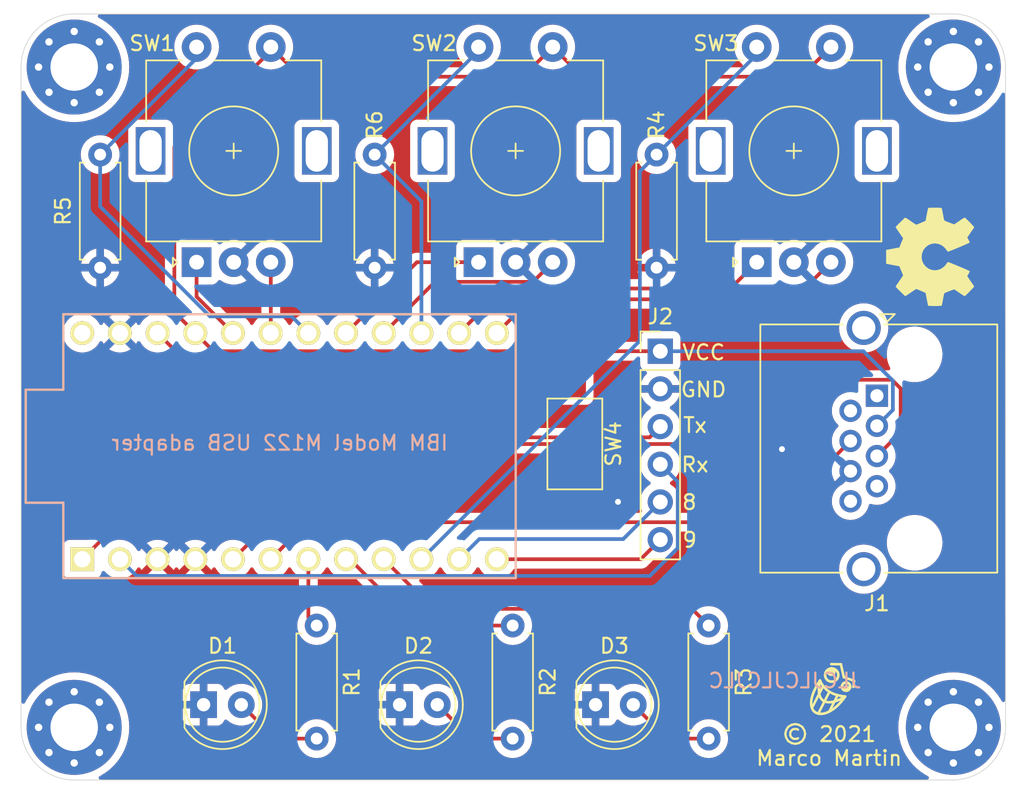
<source format=kicad_pcb>
(kicad_pcb (version 20221018) (generator pcbnew)
  (layers (0 "F.Cu" signal) (31 "B.Cu" signal) (34 "B.Paste" user) (35 "F.Paste" user) (36 "B.SilkS" user "B.Silkscreen") (37 "F.SilkS" user "F.Silkscreen") (38 "B.Mask" user) (39 "F.Mask" user) (44 "Edge.Cuts" user))
  (net 0 "")
  (net 1 "Net-(D1-Pad2)")
  (net 2 "Net-(D2-Pad2)")
  (net 3 "Net-(D3-Pad2)")
  (net 4 "Net-(J1-Pad5)")
  (net 5 "Net-(J1-Pad4)")
  (net 6 "Net-(SW1-PadA)")
  (net 7 "Net-(SW1-PadB)")
  (net 8 "Net-(SW2-PadA)")
  (net 9 "Net-(SW2-PadB)")
  (net 10 "GND")
  (net 11 "Net-(R5-Pad1)")
  (net 12 "Net-(R6-Pad1)")
  (net 13 "Net-(R3-Pad1)")
  (net 14 "Net-(R2-Pad1)")
  (net 15 "Net-(R1-Pad1)")
  (net 16 "Net-(J1-Pad8)")
  (net 17 "Net-(J1-Pad7)")
  (net 18 "Net-(J1-Pad2)")
  (net 19 "Net-(J1-Pad1)")
  (net 20 "Net-(U1-Pad24)")
  (net 21 "VCC")
  (net 22 "Net-(R4-Pad1)")
  (net 23 "Net-(J2-Pad4)")
  (net 24 "Net-(J2-Pad3)")
  (net 25 "Net-(J2-Pad6)")
  (net 26 "Net-(J2-Pad5)")
  (net 27 "Net-(SW3-PadA)")
  (net 28 "Net-(SW3-PadB)")
  (net 29 "Net-(SW4-Pad1)")
  (footprint "LED_THT:LED_D5.0mm" (layer "F.Cu") (at 68.222 99.822)
    (fp_text reference "D1" (at 1.27 -3.96) (layer "F.SilkS"))
    (fp_text value "LED")
    (pad "1" thru_hole rect (at 0 0) (size 1.8 1.8) (drill 0.9) (layers "*.Cu" "*.Mask") (net 10 "GND"))
    (pad "2" thru_hole circle (at 2.54 0) (size 1.8 1.8) (drill 0.9) (layers "*.Cu" "*.Mask") (net 1 "Net-(D1-Pad2)"))
  )
  (footprint "LED_THT:LED_D5.0mm" (layer "F.Cu") (at 81.43 99.822)
    (fp_text reference "D2" (at 1.27 -3.96) (layer "F.SilkS"))
    (fp_text value "LED")
    (pad "1" thru_hole rect (at 0 0) (size 1.8 1.8) (drill 0.9) (layers "*.Cu" "*.Mask") (net 10 "GND"))
    (pad "2" thru_hole circle (at 2.54 0) (size 1.8 1.8) (drill 0.9) (layers "*.Cu" "*.Mask") (net 2 "Net-(D2-Pad2)"))
  )
  (footprint "LED_THT:LED_D5.0mm" (layer "F.Cu") (at 94.638 99.822)
    (fp_text reference "D3" (at 1.27 -3.96) (layer "F.SilkS"))
    (fp_text value "LED")
    (pad "1" thru_hole rect (at 0 0) (size 1.8 1.8) (drill 0.9) (layers "*.Cu" "*.Mask") (net 10 "GND"))
    (pad "2" thru_hole circle (at 2.54 0) (size 1.8 1.8) (drill 0.9) (layers "*.Cu" "*.Mask") (net 3 "Net-(D3-Pad2)"))
  )
  (footprint "Connector_RJ:RJ45_Amphenol_RJHSE5380" (layer "F.Cu") (at 113.6 79 -90)
    (fp_text reference "J1" (at 14 0 180) (layer "F.SilkS"))
    (fp_text value "RJ45")
    (pad "" np_thru_hole circle (at -2.79 -2.54 270) (size 3.25 3.25) (drill 3.25) (layers "*.Cu" "*.Mask"))
    (pad "" np_thru_hole circle (at 9.91 -2.54 270) (size 3.25 3.25) (drill 3.25) (layers "*.Cu" "*.Mask"))
    (pad "1" thru_hole rect (at 0 0 270) (size 1.5 1.5) (drill 0.89) (layers "*.Cu" "*.Mask") (net 19 "Net-(J1-Pad1)"))
    (pad "2" thru_hole circle (at 1.016 1.78 270) (size 1.5 1.5) (drill 0.89) (layers "*.Cu" "*.Mask") (net 18 "Net-(J1-Pad2)"))
    (pad "3" thru_hole circle (at 2.032 0 270) (size 1.5 1.5) (drill 0.89) (layers "*.Cu" "*.Mask") (net 21 "VCC"))
    (pad "4" thru_hole circle (at 3.048 1.78 270) (size 1.5 1.5) (drill 0.89) (layers "*.Cu" "*.Mask") (net 5 "Net-(J1-Pad4)"))
    (pad "5" thru_hole circle (at 4.064 0 270) (size 1.5 1.5) (drill 0.89) (layers "*.Cu" "*.Mask") (net 4 "Net-(J1-Pad5)"))
    (pad "6" thru_hole circle (at 5.08 1.78 270) (size 1.5 1.5) (drill 0.89) (layers "*.Cu" "*.Mask") (net 10 "GND"))
    (pad "7" thru_hole circle (at 6.096 0 270) (size 1.5 1.5) (drill 0.89) (layers "*.Cu" "*.Mask") (net 17 "Net-(J1-Pad7)"))
    (pad "8" thru_hole circle (at 7.112 1.78 270) (size 1.5 1.5) (drill 0.89) (layers "*.Cu" "*.Mask") (net 16 "Net-(J1-Pad8)"))
    (pad "SH" thru_hole circle (at -4.57 0.89 270) (size 2.3 2.3) (drill 1.57) (layers "*.Cu" "*.Mask"))
    (pad "SH" thru_hole circle (at 11.69 0.89 270) (size 2.3 2.3) (drill 1.57) (layers "*.Cu" "*.Mask"))
  )
  (footprint "Rotary_Encoder:RotaryEncoder_Alps_EC11E-Switch_Vertical_H20mm" (layer "F.Cu") (at 67.75 70 90)
    (fp_text reference "SW1" (at 14.75 -3 180) (layer "F.SilkS"))
    (fp_text value "Rotary_Encoder_Switch")
    (pad "A" thru_hole rect (at 0 0 90) (size 2 2) (drill 1) (layers "*.Cu" "*.Mask") (net 6 "Net-(SW1-PadA)"))
    (pad "B" thru_hole circle (at 0 5 90) (size 2 2) (drill 1) (layers "*.Cu" "*.Mask") (net 7 "Net-(SW1-PadB)"))
    (pad "C" thru_hole circle (at 0 2.5 90) (size 2 2) (drill 1) (layers "*.Cu" "*.Mask") (net 10 "GND"))
    (pad "MP" thru_hole rect (at 7.5 -3.1 90) (size 3.2 2) (drill oval 2.8 1.5) (layers "*.Cu" "*.Mask"))
    (pad "MP" thru_hole rect (at 7.5 8.1 90) (size 3.2 2) (drill oval 2.8 1.5) (layers "*.Cu" "*.Mask"))
    (pad "S1" thru_hole circle (at 14.5 5 90) (size 2 2) (drill 1) (layers "*.Cu" "*.Mask") (net 21 "VCC"))
    (pad "S2" thru_hole circle (at 14.5 0 90) (size 2 2) (drill 1) (layers "*.Cu" "*.Mask") (net 11 "Net-(R5-Pad1)"))
  )
  (footprint "Rotary_Encoder:RotaryEncoder_Alps_EC11E-Switch_Vertical_H20mm" (layer "F.Cu") (at 86.75 70 90)
    (fp_text reference "SW2" (at 14.75 -3 180) (layer "F.SilkS"))
    (fp_text value "Rotary_Encoder_Switch")
    (pad "A" thru_hole rect (at 0 0 90) (size 2 2) (drill 1) (layers "*.Cu" "*.Mask") (net 8 "Net-(SW2-PadA)"))
    (pad "B" thru_hole circle (at 0 5 90) (size 2 2) (drill 1) (layers "*.Cu" "*.Mask") (net 9 "Net-(SW2-PadB)"))
    (pad "C" thru_hole circle (at 0 2.5 90) (size 2 2) (drill 1) (layers "*.Cu" "*.Mask") (net 10 "GND"))
    (pad "MP" thru_hole rect (at 7.5 -3.1 90) (size 3.2 2) (drill oval 2.8 1.5) (layers "*.Cu" "*.Mask"))
    (pad "MP" thru_hole rect (at 7.5 8.1 90) (size 3.2 2) (drill oval 2.8 1.5) (layers "*.Cu" "*.Mask"))
    (pad "S1" thru_hole circle (at 14.5 5 90) (size 2 2) (drill 1) (layers "*.Cu" "*.Mask") (net 21 "VCC"))
    (pad "S2" thru_hole circle (at 14.5 0 90) (size 2 2) (drill 1) (layers "*.Cu" "*.Mask") (net 12 "Net-(R6-Pad1)"))
  )
  (footprint "promicro:ProMicro" (layer "F.Cu") (at 74.012 82.398)
    (fp_text reference "U1" hide)
    (fp_text value "ProMicro")
    (pad "1" thru_hole rect (at -13.97 7.62) (size 1.6 1.6) (drill 1.1) (layers "*.Cu" "*.Mask" "F.SilkS") (net 24 "Net-(J2-Pad3)"))
    (pad "2" thru_hole circle (at -11.43 7.62) (size 1.6 1.6) (drill 1.1) (layers "*.Cu" "*.Mask" "F.SilkS") (net 23 "Net-(J2-Pad4)"))
    (pad "3" thru_hole circle (at -8.89 7.62) (size 1.6 1.6) (drill 1.1) (layers "*.Cu" "*.Mask" "F.SilkS") (net 10 "GND"))
    (pad "4" thru_hole circle (at -6.35 7.62) (size 1.6 1.6) (drill 1.1) (layers "*.Cu" "*.Mask" "F.SilkS") (net 10 "GND"))
    (pad "5" thru_hole circle (at -3.81 7.62) (size 1.6 1.6) (drill 1.1) (layers "*.Cu" "*.Mask" "F.SilkS") (net 4 "Net-(J1-Pad5)"))
    (pad "6" thru_hole circle (at -1.27 7.62) (size 1.6 1.6) (drill 1.1) (layers "*.Cu" "*.Mask" "F.SilkS") (net 5 "Net-(J1-Pad4)"))
    (pad "7" thru_hole circle (at 1.27 7.62) (size 1.6 1.6) (drill 1.1) (layers "*.Cu" "*.Mask" "F.SilkS") (net 15 "Net-(R1-Pad1)"))
    (pad "8" thru_hole circle (at 3.81 7.62) (size 1.6 1.6) (drill 1.1) (layers "*.Cu" "*.Mask" "F.SilkS") (net 14 "Net-(R2-Pad1)"))
    (pad "9" thru_hole circle (at 6.35 7.62) (size 1.6 1.6) (drill 1.1) (layers "*.Cu" "*.Mask" "F.SilkS") (net 13 "Net-(R3-Pad1)"))
    (pad "10" thru_hole circle (at 8.89 7.62) (size 1.6 1.6) (drill 1.1) (layers "*.Cu" "*.Mask" "F.SilkS") (net 22 "Net-(R4-Pad1)"))
    (pad "11" thru_hole circle (at 11.43 7.62) (size 1.6 1.6) (drill 1.1) (layers "*.Cu" "*.Mask" "F.SilkS") (net 26 "Net-(J2-Pad5)"))
    (pad "12" thru_hole circle (at 13.97 7.62) (size 1.6 1.6) (drill 1.1) (layers "*.Cu" "*.Mask" "F.SilkS") (net 25 "Net-(J2-Pad6)"))
    (pad "13" thru_hole circle (at 13.97 -7.62) (size 1.6 1.6) (drill 1.1) (layers "*.Cu" "*.Mask" "F.SilkS") (net 28 "Net-(SW3-PadB)"))
    (pad "14" thru_hole circle (at 11.43 -7.62) (size 1.6 1.6) (drill 1.1) (layers "*.Cu" "*.Mask" "F.SilkS") (net 27 "Net-(SW3-PadA)"))
    (pad "15" thru_hole circle (at 8.89 -7.62) (size 1.6 1.6) (drill 1.1) (layers "*.Cu" "*.Mask" "F.SilkS") (net 12 "Net-(R6-Pad1)"))
    (pad "16" thru_hole circle (at 6.35 -7.62) (size 1.6 1.6) (drill 1.1) (layers "*.Cu" "*.Mask" "F.SilkS") (net 9 "Net-(SW2-PadB)"))
    (pad "17" thru_hole circle (at 3.81 -7.62) (size 1.6 1.6) (drill 1.1) (layers "*.Cu" "*.Mask" "F.SilkS") (net 8 "Net-(SW2-PadA)"))
    (pad "18" thru_hole circle (at 1.27 -7.62) (size 1.6 1.6) (drill 1.1) (layers "*.Cu" "*.Mask" "F.SilkS") (net 11 "Net-(R5-Pad1)"))
    (pad "19" thru_hole circle (at -1.27 -7.62) (size 1.6 1.6) (drill 1.1) (layers "*.Cu" "*.Mask" "F.SilkS") (net 7 "Net-(SW1-PadB)"))
    (pad "20" thru_hole circle (at -3.81 -7.62) (size 1.6 1.6) (drill 1.1) (layers "*.Cu" "*.Mask" "F.SilkS") (net 6 "Net-(SW1-PadA)"))
    (pad "21" thru_hole circle (at -6.35 -7.62) (size 1.6 1.6) (drill 1.1) (layers "*.Cu" "*.Mask" "F.SilkS") (net 21 "VCC"))
    (pad "22" thru_hole circle (at -8.89 -7.62) (size 1.6 1.6) (drill 1.1) (layers "*.Cu" "*.Mask" "F.SilkS") (net 29 "Net-(SW4-Pad1)"))
    (pad "23" thru_hole circle (at -11.43 -7.62) (size 1.6 1.6) (drill 1.1) (layers "*.Cu" "*.Mask" "F.SilkS") (net 10 "GND"))
    (pad "24" thru_hole circle (at -13.97 -7.62) (size 1.6 1.6) (drill 1.1) (layers "*.Cu" "*.Mask" "F.SilkS") (net 20 "Net-(U1-Pad24)"))
  )
  (footprint "Resistor_THT:R_Axial_DIN0207_L6.3mm_D2.5mm_P7.62mm_Horizontal" (layer "F.Cu") (at 75.842 94.488 -90)
    (fp_text reference "R1" (at 3.81 -2.37 90) (layer "F.SilkS"))
    (fp_text value "220")
    (pad "1" thru_hole circle (at 0 0 270) (size 1.6 1.6) (drill 0.8) (layers "*.Cu" "*.Mask") (net 15 "Net-(R1-Pad1)"))
    (pad "2" thru_hole oval (at 7.62 0 270) (size 1.6 1.6) (drill 0.8) (layers "*.Cu" "*.Mask") (net 1 "Net-(D1-Pad2)"))
  )
  (footprint "Resistor_THT:R_Axial_DIN0207_L6.3mm_D2.5mm_P7.62mm_Horizontal" (layer "F.Cu") (at 89.05 94.488 -90)
    (fp_text reference "R2" (at 3.81 -2.37 90) (layer "F.SilkS"))
    (fp_text value "220")
    (pad "1" thru_hole circle (at 0 0 270) (size 1.6 1.6) (drill 0.8) (layers "*.Cu" "*.Mask") (net 14 "Net-(R2-Pad1)"))
    (pad "2" thru_hole oval (at 7.62 0 270) (size 1.6 1.6) (drill 0.8) (layers "*.Cu" "*.Mask") (net 2 "Net-(D2-Pad2)"))
  )
  (footprint "Resistor_THT:R_Axial_DIN0207_L6.3mm_D2.5mm_P7.62mm_Horizontal" (layer "F.Cu") (at 102.258 94.488 -90)
    (fp_text reference "R3" (at 3.81 -2.37 90) (layer "F.SilkS"))
    (fp_text value "220")
    (pad "1" thru_hole circle (at 0 0 270) (size 1.6 1.6) (drill 0.8) (layers "*.Cu" "*.Mask") (net 13 "Net-(R3-Pad1)"))
    (pad "2" thru_hole oval (at 7.62 0 270) (size 1.6 1.6) (drill 0.8) (layers "*.Cu" "*.Mask") (net 3 "Net-(D3-Pad2)"))
  )
  (footprint "Resistor_THT:R_Axial_DIN0207_L6.3mm_D2.5mm_P7.62mm_Horizontal" (layer "F.Cu") (at 61.25 62.75 -90)
    (fp_text reference "R5" (at 3.81 2.5 90) (layer "F.SilkS"))
    (fp_text value "10k")
    (pad "1" thru_hole circle (at 0 0 270) (size 1.6 1.6) (drill 0.8) (layers "*.Cu" "*.Mask") (net 11 "Net-(R5-Pad1)"))
    (pad "2" thru_hole oval (at 7.62 0 270) (size 1.6 1.6) (drill 0.8) (layers "*.Cu" "*.Mask") (net 10 "GND"))
  )
  (footprint "Resistor_THT:R_Axial_DIN0207_L6.3mm_D2.5mm_P7.62mm_Horizontal" (layer "F.Cu") (at 79.75 62.75 -90)
    (fp_text reference "R6" (at -2 0 90) (layer "F.SilkS"))
    (fp_text value "10k")
    (pad "1" thru_hole circle (at 0 0 270) (size 1.6 1.6) (drill 0.8) (layers "*.Cu" "*.Mask") (net 12 "Net-(R6-Pad1)"))
    (pad "2" thru_hole oval (at 7.62 0 270) (size 1.6 1.6) (drill 0.8) (layers "*.Cu" "*.Mask") (net 10 "GND"))
  )
  (footprint "MountingHole:MountingHole_3.2mm_M3_Pad_Via" (layer "F.Cu") (at 118.75 56.85)
    (fp_text reference "mount2" hide)
    (fp_text value "MountingHole_3.2mm_M3_Pad_Via" hide)
    (pad "1" thru_hole circle locked (at -2.4 0) (size 0.8 0.8) (drill 0.5) (layers "*.Cu" "*.Mask"))
    (pad "1" thru_hole circle locked (at -1.697056 -1.697056) (size 0.8 0.8) (drill 0.5) (layers "*.Cu" "*.Mask"))
    (pad "1" thru_hole circle locked (at -1.697056 1.697056) (size 0.8 0.8) (drill 0.5) (layers "*.Cu" "*.Mask"))
    (pad "1" thru_hole circle locked (at 0 -2.4) (size 0.8 0.8) (drill 0.5) (layers "*.Cu" "*.Mask"))
    (pad "1" thru_hole circle locked (at 0 0) (size 6.4 6.4) (drill 3.2) (layers "*.Cu" "*.Mask"))
    (pad "1" thru_hole circle locked (at 0 2.4) (size 0.8 0.8) (drill 0.5) (layers "*.Cu" "*.Mask"))
    (pad "1" thru_hole circle locked (at 1.697056 -1.697056) (size 0.8 0.8) (drill 0.5) (layers "*.Cu" "*.Mask"))
    (pad "1" thru_hole circle locked (at 1.697056 1.697056) (size 0.8 0.8) (drill 0.5) (layers "*.Cu" "*.Mask"))
    (pad "1" thru_hole circle locked (at 2.4 0) (size 0.8 0.8) (drill 0.5) (layers "*.Cu" "*.Mask"))
  )
  (footprint "Button_Switch_SMD:SW_SPST_CK_RS282G05A3" (layer "F.Cu") (at 93.24 82.25 -90)
    (fp_text reference "SW4" (at 0 -2.6 90) (layer "F.SilkS"))
    (fp_text value "SW_Push")
    (pad "1" smd rect (at -3.9 0 270) (size 1.5 1.5) (layers "F.Cu" "F.Paste" "F.Mask") (net 29 "Net-(SW4-Pad1)"))
    (pad "2" smd rect (at 3.9 0 270) (size 1.5 1.5) (layers "F.Cu" "F.Paste" "F.Mask") (net 10 "GND"))
  )
  (footprint "MountingHole:MountingHole_3.2mm_M3_Pad_Via" (layer "F.Cu") (at 118.75 101.35)
    (fp_text reference "mount3" hide)
    (fp_text value "MountingHole_3.2mm_M3_Pad_Via" hide)
    (pad "1" thru_hole circle (at -2.4 0) (size 0.8 0.8) (drill 0.5) (layers "*.Cu" "*.Mask"))
    (pad "1" thru_hole circle (at -1.697056 -1.697056) (size 0.8 0.8) (drill 0.5) (layers "*.Cu" "*.Mask"))
    (pad "1" thru_hole circle (at -1.697056 1.697056) (size 0.8 0.8) (drill 0.5) (layers "*.Cu" "*.Mask"))
    (pad "1" thru_hole circle (at 0 -2.4) (size 0.8 0.8) (drill 0.5) (layers "*.Cu" "*.Mask"))
    (pad "1" thru_hole circle (at 0 0) (size 6.4 6.4) (drill 3.2) (layers "*.Cu" "*.Mask"))
    (pad "1" thru_hole circle (at 0 2.4) (size 0.8 0.8) (drill 0.5) (layers "*.Cu" "*.Mask"))
    (pad "1" thru_hole circle (at 1.697056 -1.697056) (size 0.8 0.8) (drill 0.5) (layers "*.Cu" "*.Mask"))
    (pad "1" thru_hole circle (at 1.697056 1.697056) (size 0.8 0.8) (drill 0.5) (layers "*.Cu" "*.Mask"))
    (pad "1" thru_hole circle (at 2.4 0) (size 0.8 0.8) (drill 0.5) (layers "*.Cu" "*.Mask"))
  )
  (footprint "MountingHole:MountingHole_3.2mm_M3_Pad_Via" (layer "F.Cu") (at 59.5 101.35)
    (fp_text reference "mount4" hide)
    (fp_text value "MountingHole_3.2mm_M3_Pad_Via" hide)
    (pad "1" thru_hole circle locked (at -2.4 0) (size 0.8 0.8) (drill 0.5) (layers "*.Cu" "*.Mask"))
    (pad "1" thru_hole circle locked (at -1.697056 -1.697056) (size 0.8 0.8) (drill 0.5) (layers "*.Cu" "*.Mask"))
    (pad "1" thru_hole circle locked (at -1.697056 1.697056) (size 0.8 0.8) (drill 0.5) (layers "*.Cu" "*.Mask"))
    (pad "1" thru_hole circle locked (at 0 -2.4) (size 0.8 0.8) (drill 0.5) (layers "*.Cu" "*.Mask"))
    (pad "1" thru_hole circle locked (at 0 0) (size 6.4 6.4) (drill 3.2) (layers "*.Cu" "*.Mask"))
    (pad "1" thru_hole circle locked (at 0 2.4) (size 0.8 0.8) (drill 0.5) (layers "*.Cu" "*.Mask"))
    (pad "1" thru_hole circle locked (at 1.697056 -1.697056) (size 0.8 0.8) (drill 0.5) (layers "*.Cu" "*.Mask"))
    (pad "1" thru_hole circle locked (at 1.697056 1.697056) (size 0.8 0.8) (drill 0.5) (layers "*.Cu" "*.Mask"))
    (pad "1" thru_hole circle locked (at 2.4 0) (size 0.8 0.8) (drill 0.5) (layers "*.Cu" "*.Mask"))
  )
  (footprint "Rotary_Encoder:RotaryEncoder_Alps_EC11E-Switch_Vertical_H20mm" (layer "F.Cu") (at 105.5 70 90)
    (fp_text reference "SW3" (at 14.75 -2.75 180) (layer "F.SilkS"))
    (fp_text value "Rotary_Encoder_Switch")
    (pad "A" thru_hole rect (at 0 0 90) (size 2 2) (drill 1) (layers "*.Cu" "*.Mask") (net 27 "Net-(SW3-PadA)"))
    (pad "B" thru_hole circle (at 0 5 90) (size 2 2) (drill 1) (layers "*.Cu" "*.Mask") (net 28 "Net-(SW3-PadB)"))
    (pad "C" thru_hole circle (at 0 2.5 90) (size 2 2) (drill 1) (layers "*.Cu" "*.Mask") (net 10 "GND"))
    (pad "MP" thru_hole rect (at 7.5 -3.1 90) (size 3.2 2) (drill oval 2.8 1.5) (layers "*.Cu" "*.Mask"))
    (pad "MP" thru_hole rect (at 7.5 8.1 90) (size 3.2 2) (drill oval 2.8 1.5) (layers "*.Cu" "*.Mask"))
    (pad "S1" thru_hole circle (at 14.5 5 90) (size 2 2) (drill 1) (layers "*.Cu" "*.Mask") (net 21 "VCC"))
    (pad "S2" thru_hole circle (at 14.5 0 90) (size 2 2) (drill 1) (layers "*.Cu" "*.Mask") (net 22 "Net-(R4-Pad1)"))
  )
  (footprint "Resistor_THT:R_Axial_DIN0207_L6.3mm_D2.5mm_P7.62mm_Horizontal" (layer "F.Cu") (at 98.75 62.75 -90)
    (fp_text reference "R4" (at -2 0 90) (layer "F.SilkS"))
    (fp_text value "10k")
    (pad "1" thru_hole circle (at 0 0 270) (size 1.6 1.6) (drill 0.8) (layers "*.Cu" "*.Mask") (net 22 "Net-(R4-Pad1)"))
    (pad "2" thru_hole oval (at 7.62 0 270) (size 1.6 1.6) (drill 0.8) (layers "*.Cu" "*.Mask") (net 10 "GND"))
  )
  (footprint "Connector_PinHeader_2.54mm:PinHeader_1x06_P2.54mm_Vertical" (layer "F.Cu") (at 99 76)
    (fp_text reference "J2" (at 0 -2.33) (layer "F.SilkS"))
    (fp_text value "Conn_01x06_Male")
    (pad "1" thru_hole rect (at 0 0) (size 1.7 1.7) (drill 1) (layers "*.Cu" "*.Mask") (net 21 "VCC"))
    (pad "2" thru_hole oval (at 0 2.54) (size 1.7 1.7) (drill 1) (layers "*.Cu" "*.Mask") (net 10 "GND"))
    (pad "3" thru_hole oval (at 0 5.08) (size 1.7 1.7) (drill 1) (layers "*.Cu" "*.Mask") (net 24 "Net-(J2-Pad3)"))
    (pad "4" thru_hole oval (at 0 7.62) (size 1.7 1.7) (drill 1) (layers "*.Cu" "*.Mask") (net 23 "Net-(J2-Pad4)"))
    (pad "5" thru_hole oval (at 0 10.16) (size 1.7 1.7) (drill 1) (layers "*.Cu" "*.Mask") (net 26 "Net-(J2-Pad5)"))
    (pad "6" thru_hole oval (at 0 12.7) (size 1.7 1.7) (drill 1) (layers "*.Cu" "*.Mask") (net 25 "Net-(J2-Pad6)"))
  )
  (footprint "Symbol:OSHW-Symbol_6.7x6mm_SilkScreen" (layer "F.Cu") (at 117.2 69.65 90)
    (fp_text reference "REF**" hide)
    (fp_text value "OSHW-Symbol_6.7x6mm_SilkScreen" hide)
  )
  (footprint "MountingHole:MountingHole_3.2mm_M3_Pad_Via" (layer "F.Cu") (at 59.5 56.85)
    (fp_text reference "mount1" hide)
    (fp_text value "MountingHole_3.2mm_M3_Pad_Via" hide)
    (pad "1" thru_hole circle locked (at -2.4 0) (size 0.8 0.8) (drill 0.5) (layers "*.Cu" "*.Mask"))
    (pad "1" thru_hole circle locked (at -1.697056 -1.697056) (size 0.8 0.8) (drill 0.5) (layers "*.Cu" "*.Mask"))
    (pad "1" thru_hole circle locked (at -1.697056 1.697056) (size 0.8 0.8) (drill 0.5) (layers "*.Cu" "*.Mask"))
    (pad "1" thru_hole circle locked (at 0 -2.4) (size 0.8 0.8) (drill 0.5) (layers "*.Cu" "*.Mask"))
    (pad "1" thru_hole circle locked (at 0 0) (size 6.4 6.4) (drill 3.2) (layers "*.Cu" "*.Mask"))
    (pad "1" thru_hole circle locked (at 0 2.4) (size 0.8 0.8) (drill 0.5) (layers "*.Cu" "*.Mask"))
    (pad "1" thru_hole circle locked (at 1.697056 -1.697056) (size 0.8 0.8) (drill 0.5) (layers "*.Cu" "*.Mask"))
    (pad "1" thru_hole circle locked (at 1.697056 1.697056) (size 0.8 0.8) (drill 0.5) (layers "*.Cu" "*.Mask"))
    (pad "1" thru_hole circle locked (at 2.4 0) (size 0.8 0.8) (drill 0.5) (layers "*.Cu" "*.Mask"))
  )
  (gr_line (start 111.505078 98.879231) (end 111.463166 98.873602) (stroke (width 0.169)) (layer "F.SilkS"))
  (gr_line (start 109.508939 98.611093) (end 109.627007 98.406824) (stroke (width 0.169)) (layer "F.SilkS"))
  (gr_line (start 111.586809 98.860134) (end 111.549642 98.870145) (stroke (width 0.169)) (layer "F.SilkS"))
  (gr_line (start 110.66767 97.454392) (end 110.711467 97.519288) (stroke (width 0.169)) (layer "F.SilkS"))
  (gr_line (start 109.264132 99.166154) (end 109.328173 98.990966) (stroke (width 0.169)) (layer "F.SilkS"))
  (gr_line (start 111.487723 98.625549) (end 111.524877 98.615604) (stroke (width 0.169)) (layer "F.SilkS"))
  (gr_line (start 110.385905 99.659014) (end 110.23617 99.648084) (stroke (width 0.169)) (layer "F.SilkS"))
  (gr_line (start 111.796343 98.615942) (end 111.790714 98.657854) (stroke (width 0.169)) (layer "F.SilkS"))
  (gr_line (start 111.447228 98.652836) (end 111.487723 98.625549) (stroke (width 0.169)) (layer "F.SilkS"))
  (gr_line (start 110.711467 97.678343) (end 110.66767 97.743291) (stroke (width 0.169)) (layer "F.SilkS"))
  (gr_line (start 110.962484 97.651745) (end 110.988367 97.735322) (stroke (width 0.169)) (layer "F.SilkS"))
  (gr_line (start 110.318971 97.61866) (end 110.318971 97.598835) (stroke (width 0.169)) (layer "F.SilkS"))
  (gr_line (start 109.764539 98.193417) (end 109.764539 98.193417) (stroke (width 0.169)) (layer "F.SilkS"))
  (gr_line (start 111.774555 98.709906) (end 111.748945 98.75694) (stroke (width 0.169)) (layer "F.SilkS"))
  (gr_line (start 110.552425 97.379993) (end 110.574785 97.379993) (stroke (width 0.169)) (layer "F.SilkS"))
  (gr_line (start 111.627226 98.652836) (end 111.654526 98.693266) (stroke (width 0.169)) (layer "F.SilkS"))
  (gr_line (start 110.237721 97.510331) (end 110.303527 97.455952) (stroke (width 0.169)) (layer "F.SilkS"))
  (gr_line (start 110.384634 98.977706) (end 109.647813 100.422216) (stroke (width 0.169)) (layer "F.SilkS"))
  (gr_line (start 111.192844 99.619377) (end 111.056721 99.770029) (stroke (width 0.169)) (layer "F.SilkS"))
  (gr_line (start 111.263577 98.709906) (end 111.247418 98.657854) (stroke (width 0.169)) (layer "F.SilkS"))
  (gr_line (start 110.503337 97.394592) (end 110.523227 97.394592) (stroke (width 0.169)) (layer "F.SilkS"))
  (gr_line (start 111.674052 98.372075) (end 111.715093 98.405927) (stroke (width 0.169)) (layer "F.SilkS"))
  (gr_line (start 110.72565 98.235029) (end 110.642073 98.260899) (stroke (width 0.169)) (layer "F.SilkS"))
  (gr_line (start 111.419941 98.693266) (end 111.447228 98.652836) (stroke (width 0.169)) (layer "F.SilkS"))
  (gr_line (start 110.107384 97.847395) (end 110.107384 97.825035) (stroke (width 0.169)) (layer "F.SilkS"))
  (gr_line (start 110.099766 99.611973) (end 109.978807 99.549056) (stroke (width 0.169)) (layer "F.SilkS"))
  (gr_line (start 111.533067 98.879231) (end 111.519105 98.879231) (stroke (width 0.169)) (layer "F.SilkS"))
  (gr_line (start 111.409996 98.742835) (end 111.409996 98.73042) (stroke (width 0.169)) (layer "F.SilkS"))
  (gr_line (start 110.303527 97.455952) (end 110.379133 97.414911) (stroke (width 0.169)) (layer "F.SilkS"))
  (gr_line (start 110.53 97.379993) (end 110.552425 97.379993) (stroke (width 0.169)) (layer "F.SilkS"))
  (gr_line (start 110.318971 97.578958) (end 110.334981 97.519288) (stroke (width 0.169)) (layer "F.SilkS"))
  (gr_line (start 110.602709 97.410608) (end 110.66767 97.454392) (stroke (width 0.169)) (layer "F.SilkS"))
  (gr_line (start 110.334981 97.678343) (end 110.318971 97.61866) (stroke (width 0.169)) (layer "F.SilkS"))
  (gr_line (start 111.537305 98.870145) (end 111.524877 98.870145) (stroke (width 0.169)) (layer "F.SilkS"))
  (gr_line (start 110.727548 97.578958) (end 110.727548 97.598835) (stroke (width 0.169)) (layer "F.SilkS"))
  (gr_line (start 111.36408 98.372075) (end 111.411114 98.346465) (stroke (width 0.169)) (layer "F.SilkS"))
  (gr_line (start 110.212402 98.816688) (end 110.413766 98.961132) (stroke (width 0.169)) (layer "F.SilkS"))
  (gr_line (start 110.53 98.27) (end 110.462712 98.260899) (stroke (width 0.169)) (layer "F.SilkS"))
  (gr_line (start 109.764539 98.193417) (end 109.790635 98.255544) (stroke (width 0.169)) (layer "F.SilkS"))
  (gr_line (start 110.183343 97.57615) (end 110.237721 97.510331) (stroke (width 0.169)) (layer "F.SilkS"))
  (gr_line (start 110.107384 97.80261) (end 110.116411 97.735322) (stroke (width 0.169)) (layer "F.SilkS"))
  (gr_line (start 110.642073 98.260899) (end 110.574785 98.27) (stroke (width 0.169)) (layer "F.SilkS"))
  (gr_line (start 111.748945 98.75694) (end 111.715093 98.797981) (stroke (width 0.169)) (layer "F.SilkS"))
  (gr_line (start 110.92143 98.07379) (end 110.867051 98.139662) (stroke (width 0.169)) (layer "F.SilkS"))
  (gr_line (start 111.715093 98.797981) (end 111.674052 98.831833) (stroke (width 0.169)) (layer "F.SilkS"))
  (gr_line (start 109.695491 98.998077) (end 109.686181 98.77761) (stroke (width 0.169)) (layer "F.SilkS"))
  (gr_line (start 110.939136 99.196548) (end 110.399234 100.276288) (stroke (width 0.169)) (layer "F.SilkS"))
  (gr_line (start 110.891816 99.556466) (end 110.715978 99.611619) (stroke (width 0.169)) (layer "F.SilkS"))
  (gr_line (start 109.184927 99.485655) (end 109.216595 99.331124) (stroke (width 0.169)) (layer "F.SilkS"))
  (gr_line (start 109.168423 99.629603) (end 109.184927 99.485655) (stroke (width 0.169)) (layer "F.SilkS"))
  (gr_line (start 110.988367 97.914684) (end 110.962484 97.998195) (stroke (width 0.169)) (layer "F.SilkS"))
  (gr_line (start 110.142295 97.998195) (end 110.116411 97.914684) (stroke (width 0.169)) (layer "F.SilkS"))
  (gr_line (start 110.546575 99.64632) (end 110.385905 99.659014) (stroke (width 0.169)) (layer "F.SilkS"))
  (gr_line (start 110.462712 98.260899) (end 110.379133 98.235029) (stroke (width 0.169)) (layer "F.SilkS"))
  (gr_line (start 109.792539 99.336624) (end 109.731742 99.183925) (stroke (width 0.169)) (layer "F.SilkS"))
  (gr_line (start 110.727548 97.598835) (end 110.727548 97.61866) (stroke (width 0.169)) (layer "F.SilkS"))
  (gr_line (start 110.413766 98.961132) (end 110.640019 99.076857) (stroke (width 0.169)) (layer "F.SilkS"))
  (gr_line (start 110.513633 100.215986) (end 110.381884 100.289548) (stroke (width 0.169)) (layer "F.SilkS"))
  (gr_line (start 110.574785 98.27) (end 110.552425 98.27) (stroke (width 0.169)) (layer "F.SilkS"))
  (gr_line (start 110.303527 98.193975) (end 110.237721 98.139662) (stroke (width 0.169)) (layer "F.SilkS"))
  (gr_line (start 109.409563 98.805885) (end 109.508939 98.611093) (stroke (width 0.169)) (layer "F.SilkS"))
  (gr_line (start 111.519105 98.324729) (end 111.533067 98.324729) (stroke (width 0.169)) (layer "F.SilkS"))
  (gr_line (start 111.411114 98.857443) (end 111.36408 98.831833) (stroke (width 0.169)) (layer "F.SilkS"))
  (gr_line (start 111.654526 98.693266) (end 111.664536 98.73042) (stroke (width 0.169)) (layer "F.SilkS"))
  (gr_line (start 110.543039 97.394592) (end 110.602709 97.410608) (stroke (width 0.169)) (layer "F.SilkS"))
  (gr_line (start 109.627007 98.406824) (end 109.728992 98.245949) (stroke (width 0.169)) (layer "F.SilkS"))
  (gr_line (start 111.447228 98.832834) (end 111.419941 98.792352) (stroke (width 0.169)) (layer "F.SilkS"))
  (gr_line (start 111.537305 98.615604) (end 111.549642 98.615604) (stroke (width 0.169)) (layer "F.SilkS"))
  (gr_line (start 109.288112 100.181075) (end 109.239588 100.093971) (stroke (width 0.169)) (layer "F.SilkS"))
  (gr_line (start 111.574966 98.330306) (end 111.627005 98.346465) (stroke (width 0.169)) (layer "F.SilkS"))
  (gr_line (start 109.728992 98.245949) (end 109.764539 98.193417) (stroke (width 0.169)) (layer "F.SilkS"))
  (gr_line (start 109.679411 100.430607) (end 109.583702 100.406276) (stroke (width 0.169)) (layer "F.SilkS"))
  (gr_line (start 110.379133 98.235029) (end 110.303527 98.193975) (stroke (width 0.169)) (layer "F.SilkS"))
  (gr_line (start 109.875622 99.457797) (end 109.792539 99.336624) (stroke (width 0.169)) (layer "F.SilkS"))
  (gr_line (start 111.409996 98.73042) (end 111.419941 98.693266) (stroke (width 0.169)) (layer "F.SilkS"))
  (gr_line (start 111.241841 98.601993) (end 111.241841 98.587966) (stroke (width 0.169)) (layer "F.SilkS"))
  (gr_line (start 109.41704 100.318819) (end 109.347497 100.256117) (stroke (width 0.169)) (layer "F.SilkS"))
  (gr_line (start 111.654526 98.792352) (end 111.627226 98.832834) (stroke (width 0.169)) (layer "F.SilkS"))
  (gr_line (start 111.790714 98.546054) (end 111.796343 98.587966) (stroke (width 0.169)) (layer "F.SilkS"))
  (gr_line (start 110.543039 97.803104) (end 110.523227 97.803104) (stroke (width 0.169)) (layer "F.SilkS"))
  (gr_line (start 110.253097 100.348441) (end 110.128047 100.392805) (stroke (width 0.169)) (layer "F.SilkS"))
  (gr_line (start 110.919947 99.90474) (end 110.783409 100.023794) (stroke (width 0.169)) (layer "F.SilkS"))
  (gr_line (start 110.443667 97.410608) (end 110.503337 97.394592) (stroke (width 0.169)) (layer "F.SilkS"))
  (gr_line (start 110.962484 97.998195) (end 110.92143 98.07379) (stroke (width 0.169)) (layer "F.SilkS"))
  (gr_line (start 111.419941 98.792352) (end 111.409996 98.755172) (stroke (width 0.169)) (layer "F.SilkS"))
  (gr_line (start 110.727548 97.598835) (end 110.727548 97.598835) (stroke (width 0.169)) (layer "F.SilkS"))
  (gr_line (start 110.443667 97.78701) (end 110.37878 97.743291) (stroke (width 0.169)) (layer "F.SilkS"))
  (gr_line (start 111.327745 99.452648) (end 111.192844 99.619377) (stroke (width 0.169)) (layer "F.SilkS"))
  (gr_line (start 111.549642 98.870145) (end 111.537305 98.870145) (stroke (width 0.169)) (layer "F.SilkS"))
  (gr_line (start 110.727548 97.61866) (end 110.711467 97.678343) (stroke (width 0.169)) (layer "F.SilkS"))
  (gr_line (start 110.66767 97.743291) (end 110.602709 97.78701) (stroke (width 0.169)) (layer "F.SilkS"))
  (gr_line (start 110.997467 97.80261) (end 110.997467 97.825035) (stroke (width 0.169)) (layer "F.SilkS"))
  (gr_line (start 111.390678 99.312222) (end 111.253632 99.391067) (stroke (width 0.169)) (layer "F.SilkS"))
  (gr_line (start 111.627005 98.857443) (end 111.574966 98.873602) (stroke (width 0.169)) (layer "F.SilkS"))
  (gr_line (start 110.997467 97.847395) (end 110.988367 97.914684) (stroke (width 0.169)) (layer "F.SilkS"))
  (gr_line (start 109.686181 98.77761) (end 109.706 98.520808) (stroke (width 0.169)) (layer "F.SilkS"))
  (gr_line (start 111.463166 98.330306) (end 111.505078 98.324729) (stroke (width 0.169)) (layer "F.SilkS"))
  (gr_line (start 110.801258 97.455952) (end 110.867051 97.510331) (stroke (width 0.169)) (layer "F.SilkS"))
  (gr_line (start 111.664536 98.73042) (end 111.664536 98.742835) (stroke (width 0.169)) (layer "F.SilkS"))
  (gr_line (start 110.503337 97.803104) (end 110.443667 97.78701) (stroke (width 0.169)) (layer "F.SilkS"))
  (gr_line (start 110.007442 100.422991) (end 109.891986 100.439213) (stroke (width 0.169)) (layer "F.SilkS"))
  (gr_line (start 111.411114 98.346465) (end 111.463166 98.330306) (stroke (width 0.169)) (layer "F.SilkS"))
  (gr_line (start 110.334981 97.519288) (end 110.37878 97.454392) (stroke (width 0.169)) (layer "F.SilkS"))
  (gr_line (start 109.583702 100.406276) (end 109.496033 100.368964) (stroke (width 0.169)) (layer "F.SilkS"))
  (gr_line (start 111.247418 98.546054) (end 111.263577 98.494002) (stroke (width 0.169)) (layer "F.SilkS"))
  (gr_line (start 111.36408 98.831833) (end 111.323039 98.797981) (stroke (width 0.169)) (layer "F.SilkS"))
  (gr_line (start 111.428612 99.316096) (end 111.327745 99.452648) (stroke (width 0.169)) (layer "F.SilkS"))
  (gr_line (start 110.890334 99.16566) (end 111.164127 99.229282) (stroke (width 0.169)) (layer "F.SilkS"))
  (gr_line (start 111.386232 99.262497) (end 111.460709 99.269556) (stroke (width 0.169)) (layer "F.SilkS"))
  (gr_line (start 110.640019 99.076857) (end 110.890334 99.16566) (stroke (width 0.169)) (layer "F.SilkS"))
  (gr_line (start 110.23617 99.648084) (end 110.099766 99.611973) (stroke (width 0.169)) (layer "F.SilkS"))
  (gr_line (start 111.289187 98.75694) (end 111.263577 98.709906) (stroke (width 0.169)) (layer "F.SilkS"))
  (gr_line (start 109.790635 98.255544) (end 109.887049 98.434566) (stroke (width 0.169)) (layer "F.SilkS"))
  (gr_line (start 110.574785 97.379993) (end 110.642073 97.389015) (stroke (width 0.169)) (layer "F.SilkS"))
  (gr_line (start 111.409996 98.755172) (end 111.409996 98.742835) (stroke (width 0.169)) (layer "F.SilkS"))
  (gr_line (start 109.887049 98.434566) (end 110.036572 98.64176) (stroke (width 0.169)) (layer "F.SilkS"))
  (gr_line (start 111.674052 98.831833) (end 111.627005 98.857443) (stroke (width 0.169)) (layer "F.SilkS"))
  (gr_line (start 111.247418 98.657854) (end 111.241841 98.615942) (stroke (width 0.169)) (layer "F.SilkS"))
  (gr_line (start 110.801258 98.193975) (end 110.72565 98.235029) (stroke (width 0.169)) (layer "F.SilkS"))
  (gr_line (start 110.37878 97.454392) (end 110.443667 97.410608) (stroke (width 0.169)) (layer "F.SilkS"))
  (gr_line (start 110.72565 97.414911) (end 110.801258 97.455952) (stroke (width 0.169)) (layer "F.SilkS"))
  (gr_line (start 109.166378 99.762623) (end 109.168423 99.629603) (stroke (width 0.169)) (layer "F.SilkS"))
  (gr_line (start 111.796343 98.601993) (end 111.796343 98.615942) (stroke (width 0.169)) (layer "F.SilkS"))
  (gr_line (start 110.92143 97.57615) (end 110.962484 97.651745) (stroke (width 0.169)) (layer "F.SilkS"))
  (gr_line (start 111.172577 97.095475) (end 111.365926 97.963615) (stroke (width 0.169)) (layer "F.SilkS"))
  (gr_line (start 111.071736 99.482405) (end 110.891816 99.556466) (stroke (width 0.169)) (layer "F.SilkS"))
  (gr_line (start 111.715093 98.405927) (end 111.748945 98.446968) (stroke (width 0.169)) (layer "F.SilkS"))
  (gr_line (start 111.549642 98.615604) (end 111.586809 98.625549) (stroke (width 0.169)) (layer "F.SilkS"))
  (gr_line (start 110.642073 97.389015) (end 110.72565 97.414911) (stroke (width 0.169)) (layer "F.SilkS"))
  (gr_line (start 111.796343 98.587966) (end 111.796343 98.601993) (stroke (width 0.169)) (layer "F.SilkS"))
  (gr_line (start 111.524877 98.870145) (end 111.487723 98.860134) (stroke (width 0.169)) (layer "F.SilkS"))
  (gr_line (start 110.107384 97.825035) (end 110.107384 97.80261) (stroke (width 0.169)) (layer "F.SilkS"))
  (gr_line (start 110.647779 100.127471) (end 110.513633 100.215986) (stroke (width 0.169)) (layer "F.SilkS"))
  (gr_line (start 111.774555 98.494002) (end 111.790714 98.546054) (stroke (width 0.169)) (layer "F.SilkS"))
  (gr_line (start 110.142295 97.651745) (end 110.183343 97.57615) (stroke (width 0.169)) (layer "F.SilkS"))
  (gr_line (start 109.731742 99.183925) (end 109.695491 98.998077) (stroke (width 0.169)) (layer "F.SilkS"))
  (gr_line (start 110.997467 97.825035) (end 110.997467 97.825035) (stroke (width 0.169)) (layer "F.SilkS"))
  (gr_line (start 110.867051 97.510331) (end 110.92143 97.57615) (stroke (width 0.169)) (layer "F.SilkS"))
  (gr_line (start 110.318971 97.598835) (end 110.318971 97.578958) (stroke (width 0.169)) (layer "F.SilkS"))
  (gr_line (start 110.381884 100.289548) (end 110.253097 100.348441) (stroke (width 0.169)) (layer "F.SilkS"))
  (gr_line (start 110.552425 98.27) (end 110.53 98.27) (stroke (width 0.169)) (layer "F.SilkS"))
  (gr_line (start 111.519105 98.879231) (end 111.505078 98.879231) (stroke (width 0.169)) (layer "F.SilkS"))
  (gr_line (start 109.782384 100.441681) (end 109.679411 100.430607) (stroke (width 0.169)) (layer "F.SilkS"))
  (gr_line (start 111.435164 99.284077) (end 111.390678 99.312222) (stroke (width 0.169)) (layer "F.SilkS"))
  (gr_line (start 110.036572 98.64176) (end 110.212402 98.816688) (stroke (width 0.169)) (layer "F.SilkS"))
  (gr_line (start 111.790714 98.657854) (end 111.774555 98.709906) (stroke (width 0.169)) (layer "F.SilkS"))
  (gr_line (start 111.323039 98.405927) (end 111.36408 98.372075) (stroke (width 0.169)) (layer "F.SilkS"))
  (gr_line (start 110.867051 98.139662) (end 110.801258 98.193975) (stroke (width 0.169)) (layer "F.SilkS"))
  (gr_line (start 110.602709 97.78701) (end 110.543039 97.803104) (stroke (width 0.169)) (layer "F.SilkS"))
  (gr_line (start 111.487723 98.860134) (end 111.447228 98.832834) (stroke (width 0.169)) (layer "F.SilkS"))
  (gr_line (start 111.574966 98.873602) (end 111.533067 98.879231) (stroke (width 0.169)) (layer "F.SilkS"))
  (gr_line (start 109.978807 99.549056) (end 109.875622 99.457797) (stroke (width 0.169)) (layer "F.SilkS"))
  (gr_line (start 110.711467 97.519288) (end 110.727548 97.578958) (stroke (width 0.169)) (layer "F.SilkS"))
  (gr_line (start 109.178015 99.884498) (end 109.166378 99.762623) (stroke (width 0.169)) (layer "F.SilkS"))
  (gr_line (start 111.253632 99.391067) (end 111.071736 99.482405) (stroke (width 0.169)) (layer "F.SilkS"))
  (gr_line (start 111.524877 98.615604) (end 111.537305 98.615604) (stroke (width 0.169)) (layer "F.SilkS"))
  (gr_line (start 111.365926 97.963615) (end 112.05893 98.215347) (stroke (width 0.169)) (layer "F.SilkS"))
  (gr_line (start 111.409996 98.742835) (end 111.409996 98.742835) (stroke (width 0.169)) (layer "F.SilkS"))
  (gr_line (start 110.37878 97.743291) (end 110.334981 97.678343) (stroke (width 0.169)) (layer "F.SilkS"))
  (gr_line (start 110.783409 100.023794) (end 110.647779 100.127471) (stroke (width 0.169)) (layer "F.SilkS"))
  (gr_line (start 111.627226 98.832834) (end 111.586809 98.860134) (stroke (width 0.169)) (layer "F.SilkS"))
  (gr_line (start 110.116411 97.735322) (end 110.142295 97.651745) (stroke (width 0.169)) (layer "F.SilkS"))
  (gr_line (start 110.462712 97.389015) (end 110.53 97.379993) (stroke (width 0.169)) (layer "F.SilkS"))
  (gr_line (start 111.627005 98.346465) (end 111.674052 98.372075) (stroke (width 0.169)) (layer "F.SilkS"))
  (gr_poly (pts (xy 110.73 97.52) (xy 110.59 97.79) (xy 110.37 97.66) (xy 110.43 97.43)) (stroke (width 0.1)) (fill solid) (layer "F.SilkS"))
  (gr_line (start 111.164127 99.229282) (end 111.386232 99.262497) (stroke (width 0.169)) (layer "F.SilkS"))
  (gr_line (start 109.20263 99.995088) (end 109.178015 99.884498) (stroke (width 0.169)) (layer "F.SilkS"))
  (gr_line (start 110.116411 97.914684) (end 110.107384 97.847395) (stroke (width 0.169)) (layer "F.SilkS"))
  (gr_line (start 110.379133 97.414911) (end 110.462712 97.389015) (stroke (width 0.169)) (layer "F.SilkS"))
  (gr_line (start 111.056721 99.770029) (end 110.919947 99.90474) (stroke (width 0.169)) (layer "F.SilkS"))
  (gr_line (start 109.741477 98.299275) (end 109.757203 98.226267) (stroke (width 0.169)) (layer "F.SilkS"))
  (gr_line (start 111.748945 98.446968) (end 111.774555 98.494002) (stroke (width 0.169)) (layer "F.SilkS"))
  (gr_poly (pts (xy 111.67 98.69) (xy 111.52 98.87) (xy 111.45 98.67)) (stroke (width 0.1)) (fill solid) (layer "F.SilkS"))
  (gr_line (start 109.239588 100.093971) (end 109.20263 99.995088) (stroke (width 0.169)) (layer "F.SilkS"))
  (gr_line (start 111.664536 98.742835) (end 111.664536 98.755172) (stroke (width 0.169)) (layer "F.SilkS"))
  (gr_line (start 111.241841 98.601993) (end 111.241841 98.601993) (stroke (width 0.169)) (layer "F.SilkS"))
  (gr_line (start 110.523227 97.803104) (end 110.503337 97.803104) (stroke (width 0.169)) (layer "F.SilkS"))
  (gr_line (start 111.263577 98.494002) (end 111.289187 98.446968) (stroke (width 0.169)) (layer "F.SilkS"))
  (gr_line (start 110.715978 99.611619) (end 110.546575 99.64632) (stroke (width 0.169)) (layer "F.SilkS"))
  (gr_line (start 109.216595 99.331124) (end 109.264132 99.166154) (stroke (width 0.169)) (layer "F.SilkS"))
  (gr_line (start 109.968792 98.576461) (end 109.23197 100.020972) (stroke (width 0.169)) (layer "F.SilkS"))
  (gr_line (start 110.237721 98.139662) (end 110.183343 98.07379) (stroke (width 0.169)) (layer "F.SilkS"))
  (gr_line (start 110.519626 97.088143) (end 111.172577 97.095475) (stroke (width 0.169)) (layer "F.SilkS"))
  (gr_line (start 111.241841 98.615942) (end 111.241841 98.601993) (stroke (width 0.169)) (layer "F.SilkS"))
  (gr_line (start 110.523227 97.394592) (end 110.543039 97.394592) (stroke (width 0.169)) (layer "F.SilkS"))
  (gr_line (start 111.323039 98.797981) (end 111.289187 98.75694) (stroke (width 0.169)) (layer "F.SilkS"))
  (gr_line (start 111.505078 98.324729) (end 111.519105 98.324729) (stroke (width 0.169)) (layer "F.SilkS"))
  (gr_line (start 110.997467 97.825035) (end 110.997467 97.847395) (stroke (width 0.169)) (layer "F.SilkS"))
  (gr_line (start 110.183343 98.07379) (end 110.142295 97.998195) (stroke (width 0.169)) (layer "F.SilkS"))
  (gr_line (start 111.533067 98.324729) (end 111.574966 98.330306) (stroke (width 0.169)) (layer "F.SilkS"))
  (gr_line (start 109.706 98.520808) (end 109.741477 98.299275) (stroke (width 0.169)) (layer "F.SilkS"))
  (gr_line (start 111.241841 98.587966) (end 111.247418 98.546054) (stroke (width 0.169)) (layer "F.SilkS"))
  (gr_line (start 112.05893 98.215347) (end 112.011532 98.623859) (stroke (width 0.169)) (layer "F.SilkS"))
  (gr_line (start 111.664536 98.755172) (end 111.654526 98.792352) (stroke (width 0.169)) (layer "F.SilkS"))
  (gr_line (start 111.460709 99.269556) (end 111.428612 99.316096) (stroke (width 0.169)) (layer "F.SilkS"))
  (gr_line (start 111.463166 98.873602) (end 111.411114 98.857443) (stroke (width 0.169)) (layer "F.SilkS"))
  (gr_line (start 110.988367 97.735322) (end 110.997467 97.80261) (stroke (width 0.169)) (layer "F.SilkS"))
  (gr_line (start 109.328173 98.990966) (end 109.409563 98.805885) (stroke (width 0.169)) (layer "F.SilkS"))
  (gr_line (start 109.347497 100.256117) (end 109.288112 100.181075) (stroke (width 0.169)) (layer "F.SilkS"))
  (gr_line (start 109.496033 100.368964) (end 109.41704 100.318819) (stroke (width 0.169)) (layer "F.SilkS"))
  (gr_line (start 111.289187 98.446968) (end 111.323039 98.405927) (stroke (width 0.169)) (layer "F.SilkS"))
  (gr_line (start 111.586809 98.625549) (end 111.627226 98.652836) (stroke (width 0.169)) (layer "F.SilkS"))
  (gr_line (start 110.128047 100.392805) (end 110.007442 100.422991) (stroke (width 0.169)) (layer "F.SilkS"))
  (gr_line (start 109.891986 100.439213) (end 109.782384 100.441681) (stroke (width 0.169)) (layer "F.SilkS"))
  (gr_arc (start 55.92 56.85) (mid 56.968558 54.318558) (end 59.5 53.27) (stroke (width 0.05)) (layer "Edge.Cuts"))
  (gr_arc (start 118.69 53.27) (mid 121.215543 54.3128) (end 122.264 56.836) (stroke (width 0.05)) (layer "Edge.Cuts"))
  (gr_line (start 59.5 53.27) (end 118.69 53.27) (stroke (width 0.05)) (layer "Edge.Cuts"))
  (gr_arc (start 59.51 104.9) (mid 56.975629 103.858513) (end 55.92 101.33) (stroke (width 0.05)) (layer "Edge.Cuts"))
  (gr_line (start 55.92 101.33) (end 55.92 56.85) (stroke (width 0.05)) (layer "Edge.Cuts"))
  (gr_arc (start 122.27 101.31) (mid 121.228513 103.844371) (end 118.7 104.9) (stroke (width 0.05)) (layer "Edge.Cuts"))
  (gr_line (start 59.51 104.9) (end 118.7 104.9) (stroke (width 0.05)) (layer "Edge.Cuts"))
  (gr_line (start 122.27 101.31) (end 122.264 56.836) (stroke (width 0.05)) (layer "Edge.Cuts"))
  (gr_text "V.1.0" (at 120.9 62.93 90) (layer "F.Cu") (effects (font (size 1.5 1.5) (thickness 0.3))))
  (gr_text "JLCJLCJLCJLC" (at 107.4 98.2) (layer "B.SilkS") (effects (font (size 1 1)) (justify mirror)))
  (gr_text "IBM Model M122 USB adapter" (at 73.35 82.18) (layer "B.SilkS") (effects (font (size 1 1)) (justify mirror)))
  (gr_text "9" (at 100.98 88.72) (layer "F.SilkS") (effects (font (size 1 1))))
  (gr_text "© 2021\nMarco Martin" (at 110.38 102.62) (layer "F.SilkS") (effects (font (size 1 1))))
  (gr_text "8" (at 100.96 86.18) (layer "F.SilkS") (effects (font (size 1 1))))
  (gr_text "Rx" (at 102.34 83.65) (layer "F.SilkS") (effects (font (size 1 1)) (justify right)))
  (gr_text "Tx" (at 102.22 80.99) (layer "F.SilkS") (effects (font (size 1 1)) (justify right)))
  (gr_text "GND" (at 101.92 78.59) (layer "F.SilkS") (effects (font (size 1 1))))
  (gr_text "VCC" (at 101.92 76.08) (layer "F.SilkS") (effects (font (size 1 1))))
  (segment (start 75.842 102.108) (end 73.048 102.108) (width 0.25) (layer "F.Cu") (net 1))
  (segment (start 73.048 102.108) (end 70.762 99.822) (width 0.25) (layer "F.Cu") (net 1))
  (segment (start 89.05 102.108) (end 86.256 102.108) (width 0.25) (layer "F.Cu") (net 2))
  (segment (start 86.256 102.108) (end 83.97 99.822) (width 0.25) (layer "F.Cu") (net 2))
  (segment (start 99.464 102.108) (end 97.178 99.822) (width 0.25) (layer "F.Cu") (net 3))
  (segment (start 102.258 102.108) (end 99.464 102.108) (width 0.25) (layer "F.Cu") (net 3))
  (segment (start 113.6 83.064) (end 115.2 81.464) (width 0.25) (layer "F.Cu") (net 4))
  (segment (start 107.575001 77.924999) (end 103.244999 82.255001) (width 0.25) (layer "F.Cu") (net 4))
  (segment (start 115.2 78.514998) (end 114.610001 77.924999) (width 0.25) (layer "F.Cu") (net 4))
  (segment (start 115.2 81.464) (end 115.2 78.514998) (width 0.25) (layer "F.Cu") (net 4))
  (segment (start 114.610001 77.924999) (end 107.575001 77.924999) (width 0.25) (layer "F.Cu") (net 4))
  (segment (start 77.964999 82.255001) (end 70.202 90.018) (width 0.25) (layer "F.Cu") (net 4))
  (segment (start 103.244999 82.255001) (end 77.964999 82.255001) (width 0.25) (layer "F.Cu") (net 4))
  (segment (start 75.235001 87.524999) (end 106.343001 87.524999) (width 0.25) (layer "F.Cu") (net 5))
  (segment (start 106.343001 87.524999) (end 111.82 82.048) (width 0.25) (layer "F.Cu") (net 5))
  (segment (start 72.742 90.018) (end 75.235001 87.524999) (width 0.25) (layer "F.Cu") (net 5))
  (segment (start 67.75 72.326) (end 70.202 74.778) (width 0.25) (layer "F.Cu") (net 6))
  (segment (start 67.75 70) (end 67.75 72.326) (width 0.25) (layer "F.Cu") (net 6))
  (segment (start 72.75 70) (end 72.75 74.77) (width 0.25) (layer "F.Cu") (net 7))
  (segment (start 73 74.52) (end 72.742 74.778) (width 0.25) (layer "F.Cu") (net 7))
  (segment (start 72.75 74.77) (end 72.742 74.778) (width 0.25) (layer "F.Cu") (net 7))
  (segment (start 82.6 70) (end 77.822 74.778) (width 0.25) (layer "F.Cu") (net 8))
  (segment (start 86.75 70) (end 82.6 70) (width 0.25) (layer "F.Cu") (net 8))
  (segment (start 91.75 70) (end 90.424999 71.325001) (width 0.25) (layer "F.Cu") (net 9))
  (segment (start 90.424999 71.325001) (end 83.814999 71.325001) (width 0.25) (layer "F.Cu") (net 9))
  (segment (start 83.814999 71.325001) (end 80.362 74.778) (width 0.25) (layer "F.Cu") (net 9))
  (via (at 96.15 86.15) (size 0.8) (drill 0.4) (layers "F.Cu" "B.Cu") (net 10))
  (via (at 107.2 82.6) (size 0.8) (drill 0.4) (layers "F.Cu" "B.Cu") (net 10))
  (segment (start 61.25 66.25) (end 68.652999 73.652999) (width 0.25) (layer "B.Cu") (net 11))
  (segment (start 61.25 62.75) (end 67.75 56.25) (width 0.25) (layer "B.Cu") (net 11))
  (segment (start 61.25 62.75) (end 61.25 66.25) (width 0.25) (layer "B.Cu") (net 11))
  (segment (start 68.652999 73.652999) (end 74.156999 73.652999) (width 0.25) (layer "B.Cu") (net 11))
  (segment (start 67.75 56.25) (end 67.75 55.5) (width 0.25) (layer "B.Cu") (net 11))
  (segment (start 74.156999 73.652999) (end 75.282 74.778) (width 0.25) (layer "B.Cu") (net 11))
  (segment (start 82.902 66.402) (end 82.902 74.778) (width 0.25) (layer "B.Cu") (net 12))
  (segment (start 79.75 62.75) (end 82.902 65.902) (width 0.25) (layer "B.Cu") (net 12))
  (segment (start 82.902 65.902) (end 82.902 66.402) (width 0.25) (layer "B.Cu") (net 12))
  (segment (start 79.75 62.75) (end 86.75 55.75) (width 0.25) (layer "B.Cu") (net 12))
  (segment (start 86.75 55.75) (end 86.75 55.5) (width 0.25) (layer "B.Cu") (net 12))
  (segment (start 83.706999 93.362999) (end 101.132999 93.362999) (width 0.25) (layer "F.Cu") (net 13))
  (segment (start 80.362 90.018) (end 83.706999 93.362999) (width 0.25) (layer "F.Cu") (net 13))
  (segment (start 101.132999 93.362999) (end 102.258 94.488) (width 0.25) (layer "F.Cu") (net 13))
  (segment (start 82.55 94.488) (end 78.08 90.018) (width 0.25) (layer "F.Cu") (net 14))
  (segment (start 89.05 94.488) (end 82.55 94.488) (width 0.25) (layer "F.Cu") (net 14))
  (segment (start 78.08 90.018) (end 77.822 90.018) (width 0.25) (layer "F.Cu") (net 14))
  (segment (start 75.282 90.018) (end 75.282 93.928) (width 0.25) (layer "F.Cu") (net 15))
  (segment (start 75.282 93.928) (end 75.842 94.488) (width 0.25) (layer "F.Cu") (net 15))
  (segment (start 66.25 73.366) (end 67.662 74.778) (width 0.25) (layer "F.Cu") (net 21))
  (segment (start 66.25 62.25) (end 66.25 73.366) (width 0.25) (layer "F.Cu") (net 21))
  (segment (start 67.662 74.778) (end 68.884 76) (width 0.25) (layer "F.Cu") (net 21))
  (segment (start 74.75 57.5) (end 89.75 57.5) (width 0.25) (layer "F.Cu") (net 21))
  (segment (start 89.75 57.5) (end 91.75 55.5) (width 0.25) (layer "F.Cu") (net 21))
  (segment (start 93.75 57.5) (end 108.5 57.5) (width 0.25) (layer "F.Cu") (net 21))
  (segment (start 108.5 57.5) (end 110.5 55.5) (width 0.25) (layer "F.Cu") (net 21))
  (segment (start 73 55.5) (end 66.25 62.25) (width 0.25) (layer "F.Cu") (net 21))
  (segment (start 91.75 55.5) (end 93.75 57.5) (width 0.25) (layer "F.Cu") (net 21))
  (segment (start 68.884 76) (end 99 76) (width 0.25) (layer "F.Cu") (net 21))
  (segment (start 72.75 55.5) (end 74.75 57.5) (width 0.25) (layer "F.Cu") (net 21))
  (segment (start 99 76) (end 112.685002 76) (width 0.25) (layer "B.Cu") (net 21))
  (segment (start 114.675001 77.989999) (end 114.675001 79.956999) (width 0.25) (layer "B.Cu") (net 21))
  (segment (start 114.675001 79.956999) (end 113.6 81.032) (width 0.25) (layer "B.Cu") (net 21))
  (segment (start 112.685002 76) (end 114.675001 77.989999) (width 0.25) (layer "B.Cu") (net 21))
  (segment (start 97.624999 63.875001) (end 97.624999 75.295001) (width 0.25) (layer "B.Cu") (net 22))
  (segment (start 98.75 62.75) (end 97.624999 63.875001) (width 0.25) (layer "B.Cu") (net 22))
  (segment (start 105.5 56) (end 105.5 55.5) (width 0.25) (layer "B.Cu") (net 22))
  (segment (start 98.75 62.75) (end 105.5 56) (width 0.25) (layer "B.Cu") (net 22))
  (segment (start 97.624999 75.295001) (end 82.902 90.018) (width 0.25) (layer "B.Cu") (net 22))
  (segment (start 62.582 90.018) (end 63.707001 91.143001) (width 0.25) (layer "B.Cu") (net 23))
  (segment (start 100.175001 89.264001) (end 100.175001 84.795001) (width 0.25) (layer "B.Cu") (net 23))
  (segment (start 98.296001 91.143001) (end 100.175001 89.264001) (width 0.25) (layer "B.Cu") (net 23))
  (segment (start 100.175001 84.795001) (end 99 83.62) (width 0.25) (layer "B.Cu") (net 23))
  (segment (start 63.707001 91.143001) (end 98.296001 91.143001) (width 0.25) (layer "B.Cu") (net 23))
  (segment (start 98.275009 81.804991) (end 99 81.08) (width 0.25) (layer "F.Cu") (net 24))
  (segment (start 68.255009 81.804991) (end 98.275009 81.804991) (width 0.25) (layer "F.Cu") (net 24))
  (segment (start 60.042 90.018) (end 68.255009 81.804991) (width 0.25) (layer "F.Cu") (net 24))
  (segment (start 87.982 90.018) (end 97.682 90.018) (width 0.25) (layer "F.Cu") (net 25))
  (segment (start 97.682 90.018) (end 99 88.7) (width 0.25) (layer "F.Cu") (net 25))
  (segment (start 96.5 88.66) (end 99 86.16) (width 0.25) (layer "B.Cu") (net 26))
  (segment (start 86.8 88.66) (end 96.5 88.66) (width 0.25) (layer "B.Cu") (net 26))
  (segment (start 85.442 90.018) (end 86.8 88.66) (width 0.25) (layer "B.Cu") (net 26))
  (segment (start 88.444989 71.775011) (end 85.442 74.778) (width 0.25) (layer "F.Cu") (net 27))
  (segment (start 103.724989 71.775011) (end 88.444989 71.775011) (width 0.25) (layer "F.Cu") (net 27))
  (segment (start 105.5 70) (end 103.724989 71.775011) (width 0.25) (layer "F.Cu") (net 27))
  (segment (start 110.5 70) (end 108 72.5) (width 0.25) (layer "F.Cu") (net 28))
  (segment (start 90.26 72.5) (end 87.982 74.778) (width 0.25) (layer "F.Cu") (net 28))
  (segment (start 108 72.5) (end 90.26 72.5) (width 0.25) (layer "F.Cu") (net 28))
  (segment (start 65.122 74.778) (end 68.694 78.35) (width 0.25) (layer "F.Cu") (net 29))
  (segment (start 68.694 78.35) (end 93.24 78.35) (width 0.25) (layer "F.Cu") (net 29))
  (zone (net 10) (net_name "GND") (layer "F.Cu") (connect_pads (clearance 0.508)) (min_thickness 0.254) (fill yes (thermal_gap 0.508) (thermal_bridge_width 0.508))
    (polygon (pts (xy 123.026 105.41) (xy 55.25 105.539) (xy 55.25 52.961) (xy 123.026 52.832)))
  )
  (zone (net 10) (net_name "GND") (layer "B.Cu") (connect_pads (clearance 0.508)) (min_thickness 0.254) (fill yes (thermal_gap 0.508) (thermal_bridge_width 0.508))
    (polygon (pts (xy 123.534 105.918) (xy 54.5 105.67) (xy 54.5 52.33) (xy 123.534 52.578)))
  )
)
</source>
